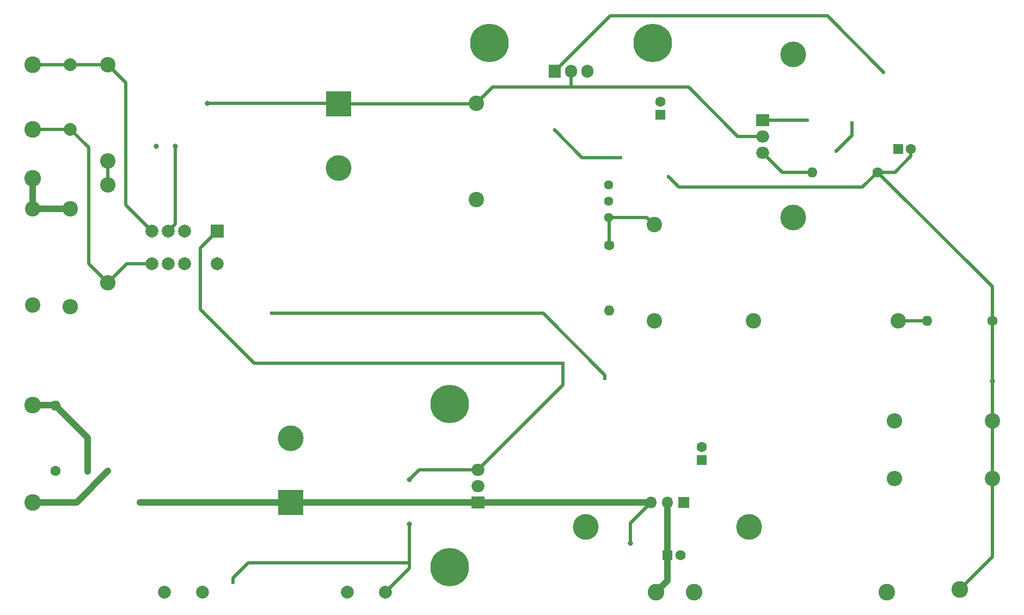
<source format=gbr>
G04 #@! TF.GenerationSoftware,KiCad,Pcbnew,(5.1.10-1-10_14)*
G04 #@! TF.CreationDate,2021-09-02T12:47:46+02:00*
G04 #@! TF.ProjectId,hv-power-supply-t-reg-v2,68762d70-6f77-4657-922d-737570706c79,V2*
G04 #@! TF.SameCoordinates,Original*
G04 #@! TF.FileFunction,Copper,L2,Bot*
G04 #@! TF.FilePolarity,Positive*
%FSLAX46Y46*%
G04 Gerber Fmt 4.6, Leading zero omitted, Abs format (unit mm)*
G04 Created by KiCad (PCBNEW (5.1.10-1-10_14)) date 2021-09-02 12:47:46*
%MOMM*%
%LPD*%
G01*
G04 APERTURE LIST*
G04 #@! TA.AperFunction,ComponentPad*
%ADD10C,2.400000*%
G04 #@! TD*
G04 #@! TA.AperFunction,ComponentPad*
%ADD11C,2.000000*%
G04 #@! TD*
G04 #@! TA.AperFunction,ComponentPad*
%ADD12R,2.000000X2.000000*%
G04 #@! TD*
G04 #@! TA.AperFunction,ComponentPad*
%ADD13O,2.400000X2.400000*%
G04 #@! TD*
G04 #@! TA.AperFunction,ComponentPad*
%ADD14O,1.600000X1.600000*%
G04 #@! TD*
G04 #@! TA.AperFunction,ComponentPad*
%ADD15C,1.600000*%
G04 #@! TD*
G04 #@! TA.AperFunction,ComponentPad*
%ADD16C,1.440000*%
G04 #@! TD*
G04 #@! TA.AperFunction,ComponentPad*
%ADD17O,2.000000X1.905000*%
G04 #@! TD*
G04 #@! TA.AperFunction,ComponentPad*
%ADD18R,2.000000X1.905000*%
G04 #@! TD*
G04 #@! TA.AperFunction,ComponentPad*
%ADD19C,6.000000*%
G04 #@! TD*
G04 #@! TA.AperFunction,ComponentPad*
%ADD20C,4.000000*%
G04 #@! TD*
G04 #@! TA.AperFunction,ComponentPad*
%ADD21R,1.600000X1.600000*%
G04 #@! TD*
G04 #@! TA.AperFunction,ComponentPad*
%ADD22R,4.000000X4.000000*%
G04 #@! TD*
G04 #@! TA.AperFunction,ComponentPad*
%ADD23O,1.905000X2.000000*%
G04 #@! TD*
G04 #@! TA.AperFunction,ComponentPad*
%ADD24R,1.905000X2.000000*%
G04 #@! TD*
G04 #@! TA.AperFunction,ComponentPad*
%ADD25C,2.600000*%
G04 #@! TD*
G04 #@! TA.AperFunction,ComponentPad*
%ADD26R,1.800000X1.800000*%
G04 #@! TD*
G04 #@! TA.AperFunction,ComponentPad*
%ADD27O,1.800000X1.800000*%
G04 #@! TD*
G04 #@! TA.AperFunction,ViaPad*
%ADD28C,0.600000*%
G04 #@! TD*
G04 #@! TA.AperFunction,ViaPad*
%ADD29C,0.800000*%
G04 #@! TD*
G04 #@! TA.AperFunction,ViaPad*
%ADD30C,1.000000*%
G04 #@! TD*
G04 #@! TA.AperFunction,Conductor*
%ADD31C,1.000000*%
G04 #@! TD*
G04 #@! TA.AperFunction,Conductor*
%ADD32C,0.500000*%
G04 #@! TD*
G04 APERTURE END LIST*
D10*
X71056500Y-57644000D03*
X71056500Y-72644000D03*
D11*
X77914500Y-83502500D03*
X77914500Y-88582500D03*
X82994500Y-83502500D03*
D12*
X88074500Y-83502500D03*
D11*
X82994500Y-88582500D03*
X88074500Y-88582500D03*
X80454500Y-83502500D03*
X80454500Y-88582500D03*
D13*
X193357500Y-122047000D03*
D10*
X208597500Y-122047000D03*
X156019500Y-82536000D03*
X156019500Y-97536000D03*
D14*
X180594000Y-74358500D03*
D15*
X190754000Y-74358500D03*
D16*
X148971000Y-81407000D03*
X148971000Y-78867000D03*
X148971000Y-76327000D03*
D14*
X149034500Y-95885000D03*
D15*
X149034500Y-85725000D03*
D17*
X172910500Y-71310500D03*
X172910500Y-68770500D03*
D18*
X172910500Y-66230500D03*
D19*
X130365500Y-54229000D03*
X155765500Y-54229000D03*
D20*
X177609500Y-56007000D03*
X177609500Y-81407000D03*
D10*
X171492500Y-97536000D03*
X193992500Y-97536000D03*
D15*
X195961000Y-70739000D03*
D21*
X193961000Y-70739000D03*
D15*
X156972000Y-63405000D03*
D21*
X156972000Y-65405000D03*
D14*
X62928500Y-110680500D03*
D15*
X62928500Y-120840500D03*
D13*
X71056500Y-91567000D03*
D10*
X71056500Y-76327000D03*
D11*
X65214500Y-57658000D03*
X65214500Y-67658000D03*
D19*
X124206000Y-135890000D03*
X124206000Y-110490000D03*
D20*
X99504500Y-115753000D03*
D22*
X99504500Y-125753000D03*
D18*
X128613000Y-125753000D03*
D17*
X128613000Y-123213000D03*
X128613000Y-120673000D03*
D20*
X145377000Y-129563000D03*
X170777000Y-129563000D03*
D13*
X193357500Y-113093500D03*
D10*
X208597500Y-113093500D03*
D15*
X163411000Y-117149000D03*
D21*
X163411000Y-119149000D03*
D13*
X65214500Y-95313500D03*
D10*
X65214500Y-80073500D03*
D23*
X145669000Y-58610500D03*
X143129000Y-58610500D03*
D24*
X140589000Y-58610500D03*
D25*
X162268000Y-139723000D03*
X156299000Y-139723000D03*
X59398000Y-110640000D03*
X59372500Y-125753000D03*
X59398000Y-75334000D03*
X59372500Y-67691000D03*
X59372500Y-57658000D03*
D15*
X160077000Y-134008000D03*
D21*
X158077000Y-134008000D03*
D14*
X198437500Y-97536000D03*
D15*
X208597500Y-97536000D03*
D11*
X108293000Y-139723000D03*
X114262000Y-139723000D03*
X79845000Y-139723000D03*
X85814000Y-139723000D03*
D25*
X192240000Y-139723000D03*
X203543000Y-139342000D03*
D10*
X128397000Y-63627000D03*
X128397000Y-78627000D03*
D20*
X106934000Y-73690500D03*
D22*
X106934000Y-63690500D03*
D10*
X59372500Y-95073500D03*
X59372500Y-80073500D03*
D26*
X160617000Y-125753000D03*
D27*
X158077000Y-125753000D03*
X155537000Y-125753000D03*
D28*
X141800500Y-104120000D03*
D29*
X117945000Y-122197000D03*
X117945000Y-129182000D03*
D28*
X90513000Y-138199000D03*
D29*
X86521400Y-63656100D03*
D28*
X148361500Y-106449000D03*
X96520000Y-96329500D03*
D29*
X152298500Y-132103000D03*
D30*
X76073000Y-125793500D03*
X67945000Y-120967500D03*
X71073000Y-120887500D03*
D28*
X158242000Y-75057000D03*
X150825200Y-72085200D03*
X140512800Y-67818000D03*
D29*
X208597500Y-106934000D03*
D28*
X184340500Y-71056500D03*
X186753500Y-66675000D03*
X179832000Y-66230500D03*
X191706500Y-58801000D03*
D29*
X78613000Y-70294500D03*
X81534000Y-70294500D03*
D31*
X59398000Y-80048000D02*
X59372500Y-80073500D01*
X59398000Y-75334000D02*
X59398000Y-80048000D01*
X59372500Y-80073500D02*
X65214500Y-80073500D01*
D32*
X141800500Y-107485500D02*
X128613000Y-120673000D01*
X141800500Y-104120000D02*
X141800500Y-107485500D01*
X119469000Y-120673000D02*
X117945000Y-122197000D01*
X128613000Y-120673000D02*
X119469000Y-120673000D01*
X117945000Y-136040000D02*
X114262000Y-139723000D01*
X90513000Y-138199000D02*
X90513000Y-137515500D01*
X92862500Y-135166000D02*
X117945000Y-135166000D01*
X90513000Y-137515500D02*
X92862500Y-135166000D01*
X117945000Y-135166000D02*
X117945000Y-136040000D01*
X117945000Y-129182000D02*
X117945000Y-135166000D01*
X141800500Y-104120000D02*
X93833000Y-104120000D01*
X93833000Y-104120000D02*
X85407500Y-95694500D01*
X85407500Y-86169500D02*
X88074500Y-83502500D01*
X85407500Y-95694500D02*
X85407500Y-86169500D01*
X130556000Y-61468000D02*
X128397000Y-63627000D01*
X169039998Y-68770500D02*
X161356498Y-61087000D01*
X172910500Y-68770500D02*
X169039998Y-68770500D01*
X130937000Y-61087000D02*
X130556000Y-61468000D01*
X143129000Y-58610500D02*
X143129000Y-60960000D01*
X143002000Y-61087000D02*
X130937000Y-61087000D01*
X143129000Y-60960000D02*
X143002000Y-61087000D01*
X161356498Y-61087000D02*
X143002000Y-61087000D01*
X128333500Y-63690500D02*
X128397000Y-63627000D01*
X106934000Y-63690500D02*
X128333500Y-63690500D01*
X106899600Y-63656100D02*
X106934000Y-63690500D01*
X86521400Y-63656100D02*
X106899600Y-63656100D01*
D31*
X158077000Y-125753000D02*
X158077000Y-134008000D01*
X158077000Y-137945000D02*
X156299000Y-139723000D01*
X158077000Y-134008000D02*
X158077000Y-137945000D01*
D32*
X148361500Y-106449000D02*
X148361500Y-105943500D01*
X148361500Y-105943500D02*
X138747500Y-96329500D01*
X138747500Y-96329500D02*
X97282000Y-96329500D01*
X97282000Y-96329500D02*
X96520000Y-96329500D01*
X198437500Y-97536000D02*
X193992500Y-97536000D01*
X71056500Y-72644000D02*
X71056500Y-76327000D01*
X152298500Y-128991500D02*
X155537000Y-125753000D01*
X152298500Y-132103000D02*
X152298500Y-128991500D01*
D31*
X155537000Y-125753000D02*
X128613000Y-125753000D01*
X99504500Y-125753000D02*
X128613000Y-125753000D01*
X99504500Y-125753000D02*
X76113500Y-125753000D01*
X76113500Y-125753000D02*
X76073000Y-125793500D01*
X62888000Y-110640000D02*
X62928500Y-110680500D01*
X59398000Y-110640000D02*
X62888000Y-110640000D01*
X67945000Y-115697000D02*
X62928500Y-110680500D01*
X67945000Y-120967500D02*
X67945000Y-115697000D01*
X66207500Y-125753000D02*
X71073000Y-120887500D01*
X59372500Y-125753000D02*
X66207500Y-125753000D01*
D32*
X65228500Y-57644000D02*
X65214500Y-57658000D01*
X71056500Y-57644000D02*
X65228500Y-57644000D01*
X65214500Y-57658000D02*
X59372500Y-57658000D01*
X71056500Y-57644000D02*
X73850500Y-60438000D01*
X73850500Y-79438500D02*
X77914500Y-83502500D01*
X73850500Y-60438000D02*
X73850500Y-79438500D01*
X59405500Y-67658000D02*
X59372500Y-67691000D01*
X65214500Y-67658000D02*
X59405500Y-67658000D01*
X65214500Y-67658000D02*
X68072000Y-70515500D01*
X68072000Y-88582500D02*
X71056500Y-91567000D01*
X68072000Y-70515500D02*
X68072000Y-88582500D01*
X74041000Y-88582500D02*
X71056500Y-91567000D01*
X77914500Y-88582500D02*
X74041000Y-88582500D01*
X149034500Y-81470500D02*
X148971000Y-81407000D01*
X149034500Y-85725000D02*
X149034500Y-81470500D01*
X154890500Y-81407000D02*
X156019500Y-82536000D01*
X148971000Y-81407000D02*
X154890500Y-81407000D01*
X158242000Y-75057000D02*
X159893000Y-76708000D01*
X188404500Y-76708000D02*
X190754000Y-74358500D01*
X159893000Y-76708000D02*
X188404500Y-76708000D01*
X195961000Y-71870370D02*
X195961000Y-70739000D01*
X193472870Y-74358500D02*
X195961000Y-71870370D01*
X190754000Y-74358500D02*
X193472870Y-74358500D01*
X208597500Y-92202000D02*
X190754000Y-74358500D01*
X208597500Y-97536000D02*
X208597500Y-92202000D01*
X144780000Y-72085200D02*
X140512800Y-67818000D01*
X150825200Y-72085200D02*
X144780000Y-72085200D01*
X208597500Y-113093500D02*
X208597500Y-122047000D01*
X208597500Y-134287500D02*
X203543000Y-139342000D01*
X208597500Y-122047000D02*
X208597500Y-134287500D01*
X208597500Y-106934000D02*
X208597500Y-113093500D01*
X208597500Y-97536000D02*
X208597500Y-106934000D01*
X175958500Y-74358500D02*
X172910500Y-71310500D01*
X180594000Y-74358500D02*
X175958500Y-74358500D01*
X184340500Y-71056500D02*
X186753500Y-68643500D01*
X186753500Y-68643500D02*
X186753500Y-66675000D01*
X172910500Y-66230500D02*
X179832000Y-66230500D01*
X191706500Y-58801000D02*
X182943500Y-50038000D01*
X149161500Y-50038000D02*
X140589000Y-58610500D01*
X182943500Y-50038000D02*
X149161500Y-50038000D01*
X81534000Y-82423000D02*
X80454500Y-83502500D01*
X81534000Y-70294500D02*
X81534000Y-82423000D01*
M02*

</source>
